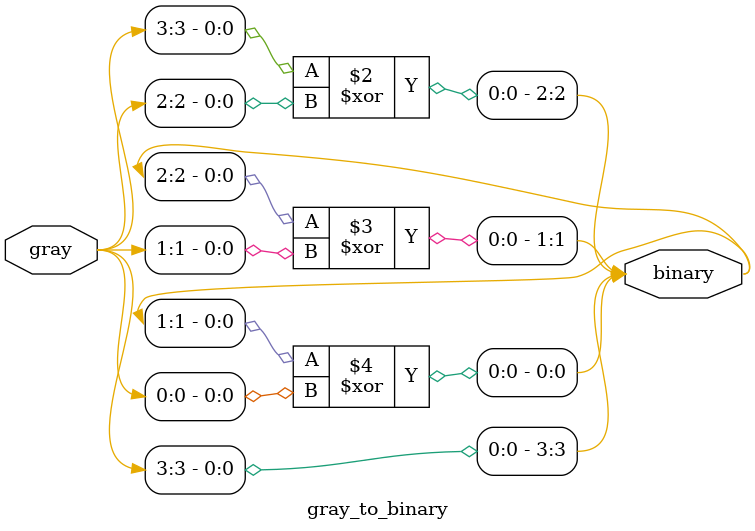
<source format=v>
module gray_to_binary(input wire [3:0]gray,
                      output reg [3:0]binary
               );
  always @(*) begin
    binary[3] = gray[3];
    binary[2] = binary[3] ^ gray[2];
    binary[1] = binary[2] ^ gray[1];
    binary[0] = binary[1] ^ gray[0];
  end 
  endmodule
    
    

</source>
